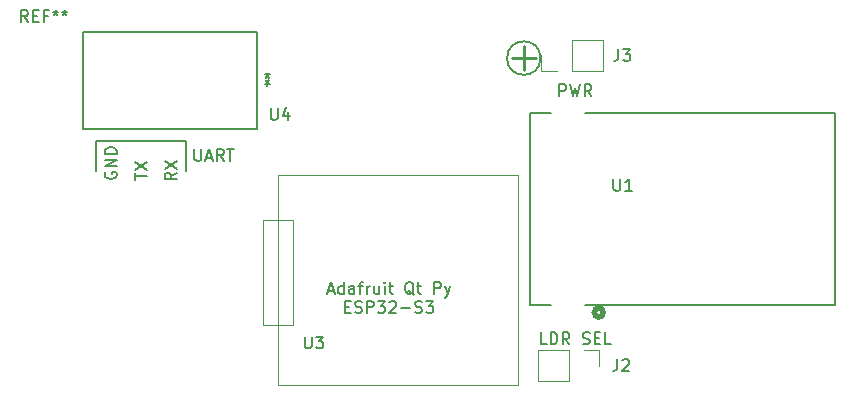
<source format=gbr>
%TF.GenerationSoftware,KiCad,Pcbnew,6.0.11-2627ca5db0~126~ubuntu22.04.1*%
%TF.CreationDate,2024-03-24T13:08:44-07:00*%
%TF.ProjectId,prototype-knob,70726f74-6f74-4797-9065-2d6b6e6f622e,rev?*%
%TF.SameCoordinates,Original*%
%TF.FileFunction,Legend,Top*%
%TF.FilePolarity,Positive*%
%FSLAX46Y46*%
G04 Gerber Fmt 4.6, Leading zero omitted, Abs format (unit mm)*
G04 Created by KiCad (PCBNEW 6.0.11-2627ca5db0~126~ubuntu22.04.1) date 2024-03-24 13:08:44*
%MOMM*%
%LPD*%
G01*
G04 APERTURE LIST*
%ADD10C,0.150000*%
%ADD11C,0.254000*%
%ADD12C,0.152400*%
%ADD13C,0.120000*%
%ADD14C,0.508000*%
G04 APERTURE END LIST*
D10*
X-34234238Y10072619D02*
X-34234238Y9263095D01*
X-34186619Y9167857D01*
X-34139000Y9120238D01*
X-34043761Y9072619D01*
X-33853285Y9072619D01*
X-33758047Y9120238D01*
X-33710428Y9167857D01*
X-33662809Y9263095D01*
X-33662809Y10072619D01*
X-33234238Y9358333D02*
X-32758047Y9358333D01*
X-33329476Y9072619D02*
X-32996142Y10072619D01*
X-32662809Y9072619D01*
X-31758047Y9072619D02*
X-32091380Y9548809D01*
X-32329476Y9072619D02*
X-32329476Y10072619D01*
X-31948523Y10072619D01*
X-31853285Y10025000D01*
X-31805666Y9977380D01*
X-31758047Y9882142D01*
X-31758047Y9739285D01*
X-31805666Y9644047D01*
X-31853285Y9596428D01*
X-31948523Y9548809D01*
X-32329476Y9548809D01*
X-31472333Y10072619D02*
X-30900904Y10072619D01*
X-31186619Y9072619D02*
X-31186619Y10072619D01*
X-34925000Y10795000D02*
X-34925000Y8255000D01*
X-42545000Y10795000D02*
X-34925000Y10795000D01*
X-42545000Y8255000D02*
X-42545000Y10795000D01*
X-41775000Y8128095D02*
X-41822619Y8032857D01*
X-41822619Y7890000D01*
X-41775000Y7747142D01*
X-41679761Y7651904D01*
X-41584523Y7604285D01*
X-41394047Y7556666D01*
X-41251190Y7556666D01*
X-41060714Y7604285D01*
X-40965476Y7651904D01*
X-40870238Y7747142D01*
X-40822619Y7890000D01*
X-40822619Y7985238D01*
X-40870238Y8128095D01*
X-40917857Y8175714D01*
X-41251190Y8175714D01*
X-41251190Y7985238D01*
X-40822619Y8604285D02*
X-41822619Y8604285D01*
X-40822619Y9175714D01*
X-41822619Y9175714D01*
X-40822619Y9651904D02*
X-41822619Y9651904D01*
X-41822619Y9890000D01*
X-41775000Y10032857D01*
X-41679761Y10128095D01*
X-41584523Y10175714D01*
X-41394047Y10223333D01*
X-41251190Y10223333D01*
X-41060714Y10175714D01*
X-40965476Y10128095D01*
X-40870238Y10032857D01*
X-40822619Y9890000D01*
X-40822619Y9651904D01*
X-39282619Y7493095D02*
X-39282619Y8064523D01*
X-38282619Y7778809D02*
X-39282619Y7778809D01*
X-39282619Y8302619D02*
X-38282619Y8969285D01*
X-39282619Y8969285D02*
X-38282619Y8302619D01*
X-35742619Y8088333D02*
X-36218809Y7755000D01*
X-35742619Y7516904D02*
X-36742619Y7516904D01*
X-36742619Y7897857D01*
X-36695000Y7993095D01*
X-36647380Y8040714D01*
X-36552142Y8088333D01*
X-36409285Y8088333D01*
X-36314047Y8040714D01*
X-36266428Y7993095D01*
X-36218809Y7897857D01*
X-36218809Y7516904D01*
X-36742619Y8421666D02*
X-35742619Y9088333D01*
X-36742619Y9088333D02*
X-35742619Y8421666D01*
X-22946666Y-1901666D02*
X-22470476Y-1901666D01*
X-23041904Y-2187380D02*
X-22708571Y-1187380D01*
X-22375238Y-2187380D01*
X-21613333Y-2187380D02*
X-21613333Y-1187380D01*
X-21613333Y-2139761D02*
X-21708571Y-2187380D01*
X-21899047Y-2187380D01*
X-21994285Y-2139761D01*
X-22041904Y-2092142D01*
X-22089523Y-1996904D01*
X-22089523Y-1711190D01*
X-22041904Y-1615952D01*
X-21994285Y-1568333D01*
X-21899047Y-1520714D01*
X-21708571Y-1520714D01*
X-21613333Y-1568333D01*
X-20708571Y-2187380D02*
X-20708571Y-1663571D01*
X-20756190Y-1568333D01*
X-20851428Y-1520714D01*
X-21041904Y-1520714D01*
X-21137142Y-1568333D01*
X-20708571Y-2139761D02*
X-20803809Y-2187380D01*
X-21041904Y-2187380D01*
X-21137142Y-2139761D01*
X-21184761Y-2044523D01*
X-21184761Y-1949285D01*
X-21137142Y-1854047D01*
X-21041904Y-1806428D01*
X-20803809Y-1806428D01*
X-20708571Y-1758809D01*
X-20375238Y-1520714D02*
X-19994285Y-1520714D01*
X-20232380Y-2187380D02*
X-20232380Y-1330238D01*
X-20184761Y-1235000D01*
X-20089523Y-1187380D01*
X-19994285Y-1187380D01*
X-19660952Y-2187380D02*
X-19660952Y-1520714D01*
X-19660952Y-1711190D02*
X-19613333Y-1615952D01*
X-19565714Y-1568333D01*
X-19470476Y-1520714D01*
X-19375238Y-1520714D01*
X-18613333Y-1520714D02*
X-18613333Y-2187380D01*
X-19041904Y-1520714D02*
X-19041904Y-2044523D01*
X-18994285Y-2139761D01*
X-18899047Y-2187380D01*
X-18756190Y-2187380D01*
X-18660952Y-2139761D01*
X-18613333Y-2092142D01*
X-18137142Y-2187380D02*
X-18137142Y-1520714D01*
X-18137142Y-1187380D02*
X-18184761Y-1235000D01*
X-18137142Y-1282619D01*
X-18089523Y-1235000D01*
X-18137142Y-1187380D01*
X-18137142Y-1282619D01*
X-17803809Y-1520714D02*
X-17422857Y-1520714D01*
X-17660952Y-1187380D02*
X-17660952Y-2044523D01*
X-17613333Y-2139761D01*
X-17518095Y-2187380D01*
X-17422857Y-2187380D01*
X-15660952Y-2282619D02*
X-15756190Y-2235000D01*
X-15851428Y-2139761D01*
X-15994285Y-1996904D01*
X-16089523Y-1949285D01*
X-16184761Y-1949285D01*
X-16137142Y-2187380D02*
X-16232380Y-2139761D01*
X-16327619Y-2044523D01*
X-16375238Y-1854047D01*
X-16375238Y-1520714D01*
X-16327619Y-1330238D01*
X-16232380Y-1235000D01*
X-16137142Y-1187380D01*
X-15946666Y-1187380D01*
X-15851428Y-1235000D01*
X-15756190Y-1330238D01*
X-15708571Y-1520714D01*
X-15708571Y-1854047D01*
X-15756190Y-2044523D01*
X-15851428Y-2139761D01*
X-15946666Y-2187380D01*
X-16137142Y-2187380D01*
X-15422857Y-1520714D02*
X-15041904Y-1520714D01*
X-15280000Y-1187380D02*
X-15280000Y-2044523D01*
X-15232380Y-2139761D01*
X-15137142Y-2187380D01*
X-15041904Y-2187380D01*
X-13946666Y-2187380D02*
X-13946666Y-1187380D01*
X-13565714Y-1187380D01*
X-13470476Y-1235000D01*
X-13422857Y-1282619D01*
X-13375238Y-1377857D01*
X-13375238Y-1520714D01*
X-13422857Y-1615952D01*
X-13470476Y-1663571D01*
X-13565714Y-1711190D01*
X-13946666Y-1711190D01*
X-13041904Y-1520714D02*
X-12803809Y-2187380D01*
X-12565714Y-1520714D02*
X-12803809Y-2187380D01*
X-12899047Y-2425476D01*
X-12946666Y-2473095D01*
X-13041904Y-2520714D01*
X-21494285Y-3273571D02*
X-21160952Y-3273571D01*
X-21018095Y-3797380D02*
X-21494285Y-3797380D01*
X-21494285Y-2797380D01*
X-21018095Y-2797380D01*
X-20637142Y-3749761D02*
X-20494285Y-3797380D01*
X-20256190Y-3797380D01*
X-20160952Y-3749761D01*
X-20113333Y-3702142D01*
X-20065714Y-3606904D01*
X-20065714Y-3511666D01*
X-20113333Y-3416428D01*
X-20160952Y-3368809D01*
X-20256190Y-3321190D01*
X-20446666Y-3273571D01*
X-20541904Y-3225952D01*
X-20589523Y-3178333D01*
X-20637142Y-3083095D01*
X-20637142Y-2987857D01*
X-20589523Y-2892619D01*
X-20541904Y-2845000D01*
X-20446666Y-2797380D01*
X-20208571Y-2797380D01*
X-20065714Y-2845000D01*
X-19637142Y-3797380D02*
X-19637142Y-2797380D01*
X-19256190Y-2797380D01*
X-19160952Y-2845000D01*
X-19113333Y-2892619D01*
X-19065714Y-2987857D01*
X-19065714Y-3130714D01*
X-19113333Y-3225952D01*
X-19160952Y-3273571D01*
X-19256190Y-3321190D01*
X-19637142Y-3321190D01*
X-18732380Y-2797380D02*
X-18113333Y-2797380D01*
X-18446666Y-3178333D01*
X-18303809Y-3178333D01*
X-18208571Y-3225952D01*
X-18160952Y-3273571D01*
X-18113333Y-3368809D01*
X-18113333Y-3606904D01*
X-18160952Y-3702142D01*
X-18208571Y-3749761D01*
X-18303809Y-3797380D01*
X-18589523Y-3797380D01*
X-18684761Y-3749761D01*
X-18732380Y-3702142D01*
X-17732380Y-2892619D02*
X-17684761Y-2845000D01*
X-17589523Y-2797380D01*
X-17351428Y-2797380D01*
X-17256190Y-2845000D01*
X-17208571Y-2892619D01*
X-17160952Y-2987857D01*
X-17160952Y-3083095D01*
X-17208571Y-3225952D01*
X-17780000Y-3797380D01*
X-17160952Y-3797380D01*
X-16732380Y-3416428D02*
X-15970476Y-3416428D01*
X-15541904Y-3749761D02*
X-15399047Y-3797380D01*
X-15160952Y-3797380D01*
X-15065714Y-3749761D01*
X-15018095Y-3702142D01*
X-14970476Y-3606904D01*
X-14970476Y-3511666D01*
X-15018095Y-3416428D01*
X-15065714Y-3368809D01*
X-15160952Y-3321190D01*
X-15351428Y-3273571D01*
X-15446666Y-3225952D01*
X-15494285Y-3178333D01*
X-15541904Y-3083095D01*
X-15541904Y-2987857D01*
X-15494285Y-2892619D01*
X-15446666Y-2845000D01*
X-15351428Y-2797380D01*
X-15113333Y-2797380D01*
X-14970476Y-2845000D01*
X-14637142Y-2797380D02*
X-14018095Y-2797380D01*
X-14351428Y-3178333D01*
X-14208571Y-3178333D01*
X-14113333Y-3225952D01*
X-14065714Y-3273571D01*
X-14018095Y-3368809D01*
X-14018095Y-3606904D01*
X-14065714Y-3702142D01*
X-14113333Y-3749761D01*
X-14208571Y-3797380D01*
X-14494285Y-3797380D01*
X-14589523Y-3749761D01*
X-14637142Y-3702142D01*
D11*
X-7366000Y17780000D02*
X-5334000Y17780000D01*
X-6350000Y18796000D02*
X-6350000Y16764000D01*
D10*
X-4930097Y17780000D02*
G75*
G03*
X-4930097Y17780000I-1419903J0D01*
G01*
X-4404761Y-6452380D02*
X-4880952Y-6452380D01*
X-4880952Y-5452380D01*
X-4071428Y-6452380D02*
X-4071428Y-5452380D01*
X-3833333Y-5452380D01*
X-3690476Y-5500000D01*
X-3595238Y-5595238D01*
X-3547619Y-5690476D01*
X-3500000Y-5880952D01*
X-3500000Y-6023809D01*
X-3547619Y-6214285D01*
X-3595238Y-6309523D01*
X-3690476Y-6404761D01*
X-3833333Y-6452380D01*
X-4071428Y-6452380D01*
X-2500000Y-6452380D02*
X-2833333Y-5976190D01*
X-3071428Y-6452380D02*
X-3071428Y-5452380D01*
X-2690476Y-5452380D01*
X-2595238Y-5500000D01*
X-2547619Y-5547619D01*
X-2500000Y-5642857D01*
X-2500000Y-5785714D01*
X-2547619Y-5880952D01*
X-2595238Y-5928571D01*
X-2690476Y-5976190D01*
X-3071428Y-5976190D01*
X-1357142Y-6404761D02*
X-1214285Y-6452380D01*
X-976190Y-6452380D01*
X-880952Y-6404761D01*
X-833333Y-6357142D01*
X-785714Y-6261904D01*
X-785714Y-6166666D01*
X-833333Y-6071428D01*
X-880952Y-6023809D01*
X-976190Y-5976190D01*
X-1166666Y-5928571D01*
X-1261904Y-5880952D01*
X-1309523Y-5833333D01*
X-1357142Y-5738095D01*
X-1357142Y-5642857D01*
X-1309523Y-5547619D01*
X-1261904Y-5500000D01*
X-1166666Y-5452380D01*
X-928571Y-5452380D01*
X-785714Y-5500000D01*
X-357142Y-5928571D02*
X-23809Y-5928571D01*
X119047Y-6452380D02*
X-357142Y-6452380D01*
X-357142Y-5452380D01*
X119047Y-5452380D01*
X1023809Y-6452380D02*
X547619Y-6452380D01*
X547619Y-5452380D01*
X-3333333Y14547619D02*
X-3333333Y15547619D01*
X-2952380Y15547619D01*
X-2857142Y15500000D01*
X-2809523Y15452380D01*
X-2761904Y15357142D01*
X-2761904Y15214285D01*
X-2809523Y15119047D01*
X-2857142Y15071428D01*
X-2952380Y15023809D01*
X-3333333Y15023809D01*
X-2428571Y15547619D02*
X-2190476Y14547619D01*
X-2000000Y15261904D01*
X-1809523Y14547619D01*
X-1571428Y15547619D01*
X-619047Y14547619D02*
X-952380Y15023809D01*
X-1190476Y14547619D02*
X-1190476Y15547619D01*
X-809523Y15547619D01*
X-714285Y15500000D01*
X-666666Y15452380D01*
X-619047Y15357142D01*
X-619047Y15214285D01*
X-666666Y15119047D01*
X-714285Y15071428D01*
X-809523Y15023809D01*
X-1190476Y15023809D01*
%TO.C,*%
%TO.C,REF\u002A\u002A*%
X-48323333Y20827619D02*
X-48656666Y21303809D01*
X-48894761Y20827619D02*
X-48894761Y21827619D01*
X-48513809Y21827619D01*
X-48418571Y21780000D01*
X-48370952Y21732380D01*
X-48323333Y21637142D01*
X-48323333Y21494285D01*
X-48370952Y21399047D01*
X-48418571Y21351428D01*
X-48513809Y21303809D01*
X-48894761Y21303809D01*
X-47894761Y21351428D02*
X-47561428Y21351428D01*
X-47418571Y20827619D02*
X-47894761Y20827619D01*
X-47894761Y21827619D01*
X-47418571Y21827619D01*
X-46656666Y21351428D02*
X-46990000Y21351428D01*
X-46990000Y20827619D02*
X-46990000Y21827619D01*
X-46513809Y21827619D01*
X-45990000Y21827619D02*
X-45990000Y21589523D01*
X-46228095Y21684761D02*
X-45990000Y21589523D01*
X-45751904Y21684761D01*
X-46132857Y21399047D02*
X-45990000Y21589523D01*
X-45847142Y21399047D01*
X-45228095Y21827619D02*
X-45228095Y21589523D01*
X-45466190Y21684761D02*
X-45228095Y21589523D01*
X-44990000Y21684761D01*
X-45370952Y21399047D02*
X-45228095Y21589523D01*
X-45085238Y21399047D01*
%TO.C,U4*%
X-27761904Y13547619D02*
X-27761904Y12738095D01*
X-27714285Y12642857D01*
X-27666666Y12595238D01*
X-27571428Y12547619D01*
X-27380952Y12547619D01*
X-27285714Y12595238D01*
X-27238095Y12642857D01*
X-27190476Y12738095D01*
X-27190476Y13547619D01*
X-26285714Y13214285D02*
X-26285714Y12547619D01*
X-26523809Y13595238D02*
X-26761904Y12880952D01*
X-26142857Y12880952D01*
X-28060591Y16547619D02*
X-28060591Y16309523D01*
X-28298686Y16404761D02*
X-28060591Y16309523D01*
X-27822495Y16404761D01*
X-28203448Y16119047D02*
X-28060591Y16309523D01*
X-27917733Y16119047D01*
X-28060591Y15452380D02*
X-28060591Y15690476D01*
X-27822495Y15595238D02*
X-28060591Y15690476D01*
X-28298686Y15595238D01*
X-27917733Y15880952D02*
X-28060591Y15690476D01*
X-28203448Y15880952D01*
%TO.C,U3*%
X-24891904Y-5802380D02*
X-24891904Y-6611904D01*
X-24844285Y-6707142D01*
X-24796666Y-6754761D01*
X-24701428Y-6802380D01*
X-24510952Y-6802380D01*
X-24415714Y-6754761D01*
X-24368095Y-6707142D01*
X-24320476Y-6611904D01*
X-24320476Y-5802380D01*
X-23939523Y-5802380D02*
X-23320476Y-5802380D01*
X-23653809Y-6183333D01*
X-23510952Y-6183333D01*
X-23415714Y-6230952D01*
X-23368095Y-6278571D01*
X-23320476Y-6373809D01*
X-23320476Y-6611904D01*
X-23368095Y-6707142D01*
X-23415714Y-6754761D01*
X-23510952Y-6802380D01*
X-23796666Y-6802380D01*
X-23891904Y-6754761D01*
X-23939523Y-6707142D01*
%TO.C,U1*%
X1238095Y7547619D02*
X1238095Y6738095D01*
X1285714Y6642857D01*
X1333333Y6595238D01*
X1428571Y6547619D01*
X1619047Y6547619D01*
X1714285Y6595238D01*
X1761904Y6642857D01*
X1809523Y6738095D01*
X1809523Y7547619D01*
X2809523Y6547619D02*
X2238095Y6547619D01*
X2523809Y6547619D02*
X2523809Y7547619D01*
X2428571Y7404761D01*
X2333333Y7309523D01*
X2238095Y7261904D01*
%TO.C,J3*%
X1666666Y18547619D02*
X1666666Y17833333D01*
X1619047Y17690476D01*
X1523809Y17595238D01*
X1380952Y17547619D01*
X1285714Y17547619D01*
X2047619Y18547619D02*
X2666666Y18547619D01*
X2333333Y18166666D01*
X2476190Y18166666D01*
X2571428Y18119047D01*
X2619047Y18071428D01*
X2666666Y17976190D01*
X2666666Y17738095D01*
X2619047Y17642857D01*
X2571428Y17595238D01*
X2476190Y17547619D01*
X2190476Y17547619D01*
X2095238Y17595238D01*
X2047619Y17642857D01*
%TO.C,J2*%
X1571666Y-7707380D02*
X1571666Y-8421666D01*
X1524047Y-8564523D01*
X1428809Y-8659761D01*
X1285952Y-8707380D01*
X1190714Y-8707380D01*
X2000238Y-7802619D02*
X2047857Y-7755000D01*
X2143095Y-7707380D01*
X2381190Y-7707380D01*
X2476428Y-7755000D01*
X2524047Y-7802619D01*
X2571666Y-7897857D01*
X2571666Y-7993095D01*
X2524047Y-8135952D01*
X1952619Y-8707380D01*
X2571666Y-8707380D01*
D12*
%TO.C,U4*%
X-28949591Y20017010D02*
X-43706991Y20017010D01*
X-43706991Y11762010D02*
X-28949591Y11762010D01*
X-28949591Y11762010D02*
X-28949591Y20017010D01*
X-43706991Y20017010D02*
X-43706991Y11762010D01*
D13*
%TO.C,U3*%
X-27160000Y7890000D02*
X-6840000Y7890000D01*
X-28430000Y-4810000D02*
X-25890000Y-4810000D01*
X-25890000Y-4810000D02*
X-25890000Y4080000D01*
X-28430000Y4080000D02*
X-28430000Y-4810000D01*
X-25890000Y4080000D02*
X-28430000Y4080000D01*
X-6840000Y7890000D02*
X-6840000Y-9890000D01*
X-6840000Y-9890000D02*
X-27160000Y-9890000D01*
X-27160000Y-9890000D02*
X-27160000Y7890000D01*
D12*
%TO.C,U1*%
X20027000Y-3128000D02*
X20027000Y13128000D01*
X-5830199Y-3128000D02*
X-4035836Y-3128000D01*
X-4035836Y13128000D02*
X-5830199Y13128000D01*
X20027000Y13128000D02*
X-1164164Y13128000D01*
X-5830199Y13128000D02*
X-5830199Y-3128000D01*
X-1164164Y-3128000D02*
X20027000Y-3128000D01*
D14*
X381000Y-3763000D02*
G75*
G03*
X381000Y-3763000I-381000J0D01*
G01*
D13*
%TO.C,J3*%
X-3540000Y16670000D02*
X-4870000Y16670000D01*
X330000Y16670000D02*
X330000Y19330000D01*
X-2270000Y16670000D02*
X330000Y16670000D01*
X-2270000Y16670000D02*
X-2270000Y19330000D01*
X-4870000Y16670000D02*
X-4870000Y18000000D01*
X-2270000Y19330000D02*
X330000Y19330000D01*
%TO.C,J2*%
X-1270000Y-6925000D02*
X60000Y-6925000D01*
X-5140000Y-6925000D02*
X-5140000Y-9585000D01*
X-2540000Y-6925000D02*
X-5140000Y-6925000D01*
X-2540000Y-6925000D02*
X-2540000Y-9585000D01*
X60000Y-6925000D02*
X60000Y-8255000D01*
X-2540000Y-9585000D02*
X-5140000Y-9585000D01*
%TD*%
M02*

</source>
